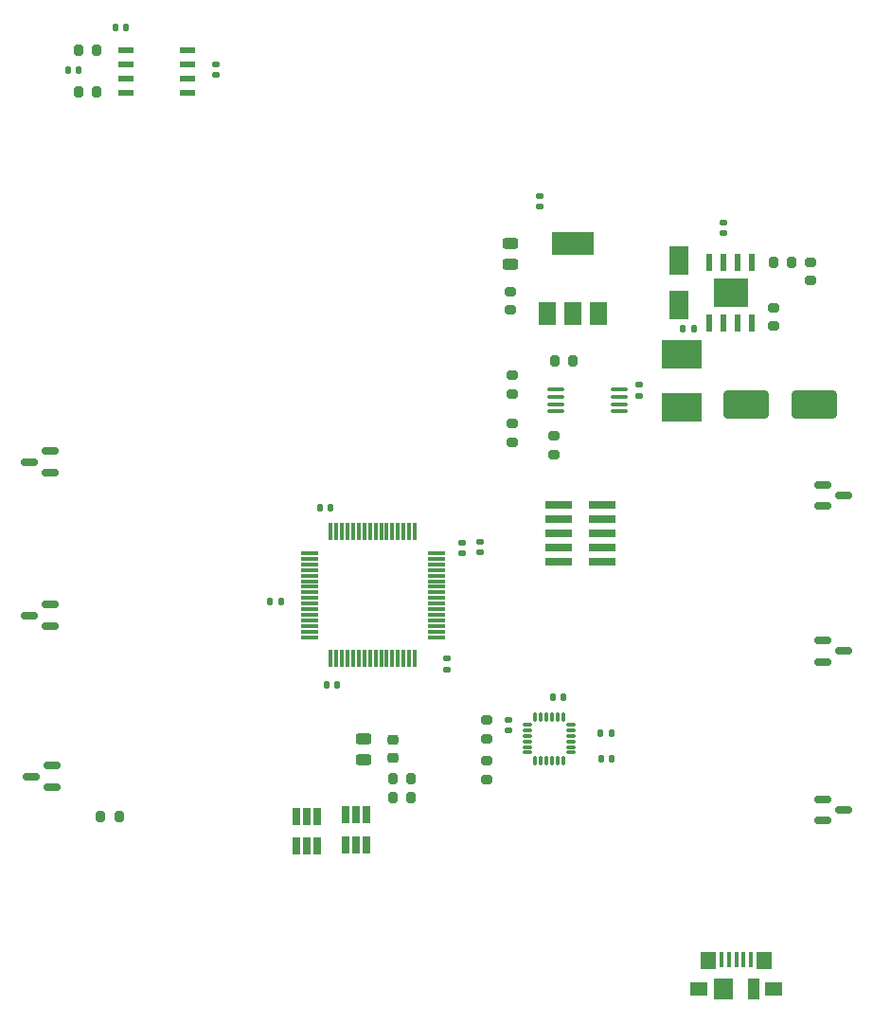
<source format=gbr>
%TF.GenerationSoftware,KiCad,Pcbnew,(6.0.1)*%
%TF.CreationDate,2022-01-27T12:00:25-05:00*%
%TF.ProjectId,Lights_Board,4c696768-7473-45f4-926f-6172642e6b69,rev?*%
%TF.SameCoordinates,Original*%
%TF.FileFunction,Paste,Top*%
%TF.FilePolarity,Positive*%
%FSLAX46Y46*%
G04 Gerber Fmt 4.6, Leading zero omitted, Abs format (unit mm)*
G04 Created by KiCad (PCBNEW (6.0.1)) date 2022-01-27 12:00:25*
%MOMM*%
%LPD*%
G01*
G04 APERTURE LIST*
G04 Aperture macros list*
%AMRoundRect*
0 Rectangle with rounded corners*
0 $1 Rounding radius*
0 $2 $3 $4 $5 $6 $7 $8 $9 X,Y pos of 4 corners*
0 Add a 4 corners polygon primitive as box body*
4,1,4,$2,$3,$4,$5,$6,$7,$8,$9,$2,$3,0*
0 Add four circle primitives for the rounded corners*
1,1,$1+$1,$2,$3*
1,1,$1+$1,$4,$5*
1,1,$1+$1,$6,$7*
1,1,$1+$1,$8,$9*
0 Add four rect primitives between the rounded corners*
20,1,$1+$1,$2,$3,$4,$5,0*
20,1,$1+$1,$4,$5,$6,$7,0*
20,1,$1+$1,$6,$7,$8,$9,0*
20,1,$1+$1,$8,$9,$2,$3,0*%
G04 Aperture macros list end*
%ADD10RoundRect,0.243750X0.456250X-0.243750X0.456250X0.243750X-0.456250X0.243750X-0.456250X-0.243750X0*%
%ADD11RoundRect,0.218750X0.256250X-0.218750X0.256250X0.218750X-0.256250X0.218750X-0.256250X-0.218750X0*%
%ADD12R,1.800000X2.500000*%
%ADD13RoundRect,0.140000X0.140000X0.170000X-0.140000X0.170000X-0.140000X-0.170000X0.140000X-0.170000X0*%
%ADD14RoundRect,0.140000X-0.140000X-0.170000X0.140000X-0.170000X0.140000X0.170000X-0.140000X0.170000X0*%
%ADD15RoundRect,0.140000X0.170000X-0.140000X0.170000X0.140000X-0.170000X0.140000X-0.170000X-0.140000X0*%
%ADD16RoundRect,0.250000X-1.750000X-1.000000X1.750000X-1.000000X1.750000X1.000000X-1.750000X1.000000X0*%
%ADD17R,2.400000X0.740000*%
%ADD18R,0.450000X1.380000*%
%ADD19R,1.800000X1.900000*%
%ADD20R,1.650000X1.300000*%
%ADD21R,1.425000X1.550000*%
%ADD22R,1.000000X1.900000*%
%ADD23R,3.600000X2.500000*%
%ADD24RoundRect,0.200000X0.200000X0.275000X-0.200000X0.275000X-0.200000X-0.275000X0.200000X-0.275000X0*%
%ADD25RoundRect,0.200000X-0.200000X-0.275000X0.200000X-0.275000X0.200000X0.275000X-0.200000X0.275000X0*%
%ADD26RoundRect,0.200000X-0.275000X0.200000X-0.275000X-0.200000X0.275000X-0.200000X0.275000X0.200000X0*%
%ADD27R,0.600000X1.550000*%
%ADD28R,3.100000X2.600000*%
%ADD29RoundRect,0.075000X-0.700000X-0.075000X0.700000X-0.075000X0.700000X0.075000X-0.700000X0.075000X0*%
%ADD30RoundRect,0.075000X-0.075000X-0.700000X0.075000X-0.700000X0.075000X0.700000X-0.075000X0.700000X0*%
%ADD31R,1.500000X2.000000*%
%ADD32R,3.800000X2.000000*%
%ADD33RoundRect,0.100000X-0.637500X-0.100000X0.637500X-0.100000X0.637500X0.100000X-0.637500X0.100000X0*%
%ADD34R,1.400000X0.600000*%
%ADD35RoundRect,0.140000X-0.170000X0.140000X-0.170000X-0.140000X0.170000X-0.140000X0.170000X0.140000X0*%
%ADD36RoundRect,0.200000X0.275000X-0.200000X0.275000X0.200000X-0.275000X0.200000X-0.275000X-0.200000X0*%
%ADD37RoundRect,0.075000X0.075000X-0.350000X0.075000X0.350000X-0.075000X0.350000X-0.075000X-0.350000X0*%
%ADD38RoundRect,0.075000X0.350000X0.075000X-0.350000X0.075000X-0.350000X-0.075000X0.350000X-0.075000X0*%
%ADD39RoundRect,0.150000X0.587500X0.150000X-0.587500X0.150000X-0.587500X-0.150000X0.587500X-0.150000X0*%
%ADD40RoundRect,0.150000X-0.587500X-0.150000X0.587500X-0.150000X0.587500X0.150000X-0.587500X0.150000X0*%
%ADD41R,0.650000X1.560000*%
G04 APERTURE END LIST*
D10*
%TO.C,D3*%
X156600000Y-83837500D03*
X156600000Y-81962500D03*
%TD*%
D11*
%TO.C,D2*%
X146100000Y-127900000D03*
X146100000Y-126325000D03*
%TD*%
D10*
%TO.C,D1*%
X143500000Y-128100000D03*
X143500000Y-126225000D03*
%TD*%
D12*
%TO.C,D4*%
X171700000Y-83500000D03*
X171700000Y-87500000D03*
%TD*%
D13*
%TO.C,C2*%
X117980000Y-66500000D03*
X117020000Y-66500000D03*
%TD*%
D14*
%TO.C,C3*%
X172035000Y-89600000D03*
X172995000Y-89600000D03*
%TD*%
D15*
%TO.C,C4*%
X175660000Y-81075000D03*
X175660000Y-80115000D03*
%TD*%
D16*
%TO.C,C5*%
X177650000Y-96400000D03*
X183750000Y-96400000D03*
%TD*%
D15*
%TO.C,C6*%
X168100000Y-95580000D03*
X168100000Y-94620000D03*
%TD*%
%TO.C,C7*%
X159250000Y-78680000D03*
X159250000Y-77720000D03*
%TD*%
D17*
%TO.C,J1*%
X164850000Y-110440000D03*
X160950000Y-110440000D03*
X164850000Y-109170000D03*
X160950000Y-109170000D03*
X164850000Y-107900000D03*
X160950000Y-107900000D03*
X164850000Y-106630000D03*
X160950000Y-106630000D03*
X164850000Y-105360000D03*
X160950000Y-105360000D03*
%TD*%
D18*
%TO.C,J2*%
X175500000Y-145940000D03*
X176150000Y-145940000D03*
X176800000Y-145940000D03*
X177450000Y-145940000D03*
X178100000Y-145940000D03*
D19*
X175650000Y-148600000D03*
D20*
X180175000Y-148600000D03*
X173425000Y-148600000D03*
D21*
X174312500Y-146025000D03*
D22*
X178350000Y-148600000D03*
D21*
X179287500Y-146025000D03*
%TD*%
D23*
%TO.C,L1*%
X171900000Y-96600000D03*
X171900000Y-91900000D03*
%TD*%
D24*
%TO.C,R2*%
X147725000Y-129800000D03*
X146075000Y-129800000D03*
%TD*%
D25*
%TO.C,R9*%
X160575000Y-92500000D03*
X162225000Y-92500000D03*
%TD*%
D26*
%TO.C,R10*%
X156800000Y-93775000D03*
X156800000Y-95425000D03*
%TD*%
D24*
%TO.C,R11*%
X119637500Y-64700000D03*
X117987500Y-64700000D03*
%TD*%
%TO.C,R12*%
X119625000Y-68400000D03*
X117975000Y-68400000D03*
%TD*%
D26*
%TO.C,R13*%
X156800000Y-98075000D03*
X156800000Y-99725000D03*
%TD*%
%TO.C,R14*%
X160500000Y-99175000D03*
X160500000Y-100825000D03*
%TD*%
%TO.C,R16*%
X156600000Y-86275000D03*
X156600000Y-87925000D03*
%TD*%
D25*
%TO.C,R17*%
X180115000Y-83680000D03*
X181765000Y-83680000D03*
%TD*%
D27*
%TO.C,U5*%
X174395000Y-89100000D03*
X175665000Y-89100000D03*
X176935000Y-89100000D03*
X178205000Y-89100000D03*
X178205000Y-83700000D03*
X176935000Y-83700000D03*
X175665000Y-83700000D03*
X174395000Y-83700000D03*
D28*
X176300000Y-86400000D03*
%TD*%
D29*
%TO.C,U1*%
X138625000Y-109650000D03*
X138625000Y-110150000D03*
X138625000Y-110650000D03*
X138625000Y-111150000D03*
X138625000Y-111650000D03*
X138625000Y-112150000D03*
X138625000Y-112650000D03*
X138625000Y-113150000D03*
X138625000Y-113650000D03*
X138625000Y-114150000D03*
X138625000Y-114650000D03*
X138625000Y-115150000D03*
X138625000Y-115650000D03*
X138625000Y-116150000D03*
X138625000Y-116650000D03*
X138625000Y-117150000D03*
D30*
X140550000Y-119075000D03*
X141050000Y-119075000D03*
X141550000Y-119075000D03*
X142050000Y-119075000D03*
X142550000Y-119075000D03*
X143050000Y-119075000D03*
X143550000Y-119075000D03*
X144050000Y-119075000D03*
X144550000Y-119075000D03*
X145050000Y-119075000D03*
X145550000Y-119075000D03*
X146050000Y-119075000D03*
X146550000Y-119075000D03*
X147050000Y-119075000D03*
X147550000Y-119075000D03*
X148050000Y-119075000D03*
D29*
X149975000Y-117150000D03*
X149975000Y-116650000D03*
X149975000Y-116150000D03*
X149975000Y-115650000D03*
X149975000Y-115150000D03*
X149975000Y-114650000D03*
X149975000Y-114150000D03*
X149975000Y-113650000D03*
X149975000Y-113150000D03*
X149975000Y-112650000D03*
X149975000Y-112150000D03*
X149975000Y-111650000D03*
X149975000Y-111150000D03*
X149975000Y-110650000D03*
X149975000Y-110150000D03*
X149975000Y-109650000D03*
D30*
X148050000Y-107725000D03*
X147550000Y-107725000D03*
X147050000Y-107725000D03*
X146550000Y-107725000D03*
X146050000Y-107725000D03*
X145550000Y-107725000D03*
X145050000Y-107725000D03*
X144550000Y-107725000D03*
X144050000Y-107725000D03*
X143550000Y-107725000D03*
X143050000Y-107725000D03*
X142550000Y-107725000D03*
X142050000Y-107725000D03*
X141550000Y-107725000D03*
X141050000Y-107725000D03*
X140550000Y-107725000D03*
%TD*%
D31*
%TO.C,U4*%
X159900000Y-88250000D03*
D32*
X162200000Y-81950000D03*
D31*
X162200000Y-88250000D03*
X164500000Y-88250000D03*
%TD*%
D33*
%TO.C,U2*%
X160637500Y-95025000D03*
X160637500Y-95675000D03*
X160637500Y-96325000D03*
X160637500Y-96975000D03*
X166362500Y-96975000D03*
X166362500Y-96325000D03*
X166362500Y-95675000D03*
X166362500Y-95025000D03*
%TD*%
D34*
%TO.C,U3*%
X122250000Y-68505000D03*
X127750000Y-68505000D03*
X122250000Y-67235000D03*
X127750000Y-67235000D03*
X122250000Y-65965000D03*
X127750000Y-65965000D03*
X122250000Y-64695000D03*
X127750000Y-64695000D03*
%TD*%
D24*
%TO.C,R1*%
X147725000Y-131500000D03*
X146075000Y-131500000D03*
%TD*%
%TO.C,R21*%
X121625000Y-133200000D03*
X119975000Y-133200000D03*
%TD*%
D13*
%TO.C,C1*%
X122215000Y-62640000D03*
X121255000Y-62640000D03*
%TD*%
D15*
%TO.C,C8*%
X152260000Y-109640000D03*
X152260000Y-108680000D03*
%TD*%
%TO.C,C9*%
X153850000Y-109565000D03*
X153850000Y-108605000D03*
%TD*%
D35*
%TO.C,C10*%
X150920000Y-119085000D03*
X150920000Y-120045000D03*
%TD*%
D13*
%TO.C,C12*%
X140545000Y-105560000D03*
X139585000Y-105560000D03*
%TD*%
%TO.C,C13*%
X136085000Y-114010000D03*
X135125000Y-114010000D03*
%TD*%
%TO.C,C11*%
X141095000Y-121400000D03*
X140135000Y-121400000D03*
%TD*%
D14*
%TO.C,C14*%
X160375000Y-122500000D03*
X161335000Y-122500000D03*
%TD*%
%TO.C,C15*%
X164735000Y-128010000D03*
X165695000Y-128010000D03*
%TD*%
%TO.C,C16*%
X164680000Y-125770000D03*
X165640000Y-125770000D03*
%TD*%
D15*
%TO.C,C17*%
X156460000Y-125475000D03*
X156460000Y-124515000D03*
%TD*%
D26*
%TO.C,R18*%
X183410000Y-83657500D03*
X183410000Y-85307500D03*
%TD*%
D36*
%TO.C,R19*%
X154520000Y-129872500D03*
X154520000Y-128222500D03*
%TD*%
D26*
%TO.C,R20*%
X154510000Y-124587500D03*
X154510000Y-126237500D03*
%TD*%
D37*
%TO.C,U6*%
X158830000Y-128170000D03*
X159330000Y-128170000D03*
X159830000Y-128170000D03*
X160330000Y-128170000D03*
X160830000Y-128170000D03*
X161330000Y-128170000D03*
D38*
X162030000Y-127470000D03*
X162030000Y-126970000D03*
X162030000Y-126470000D03*
X162030000Y-125970000D03*
X162030000Y-125470000D03*
X162030000Y-124970000D03*
D37*
X161330000Y-124270000D03*
X160830000Y-124270000D03*
X160330000Y-124270000D03*
X159830000Y-124270000D03*
X159330000Y-124270000D03*
X158830000Y-124270000D03*
D38*
X158130000Y-124970000D03*
X158130000Y-125470000D03*
X158130000Y-125970000D03*
X158130000Y-126470000D03*
X158130000Y-126970000D03*
X158130000Y-127470000D03*
%TD*%
D39*
%TO.C,Q1*%
X115437500Y-102450000D03*
X115437500Y-100550000D03*
X113562500Y-101500000D03*
%TD*%
%TO.C,Q2*%
X115487500Y-116150000D03*
X115487500Y-114250000D03*
X113612500Y-115200000D03*
%TD*%
%TO.C,Q3*%
X115637500Y-130550000D03*
X115637500Y-128650000D03*
X113762500Y-129600000D03*
%TD*%
D40*
%TO.C,Q4*%
X184562500Y-103550000D03*
X184562500Y-105450000D03*
X186437500Y-104500000D03*
%TD*%
%TO.C,Q5*%
X184562500Y-117450000D03*
X184562500Y-119350000D03*
X186437500Y-118400000D03*
%TD*%
%TO.C,Q6*%
X184562500Y-131650000D03*
X184562500Y-133550000D03*
X186437500Y-132600000D03*
%TD*%
D35*
%TO.C,C18*%
X130270000Y-65965000D03*
X130270000Y-66925000D03*
%TD*%
D36*
%TO.C,R15*%
X180100000Y-89337500D03*
X180100000Y-87687500D03*
%TD*%
D41*
%TO.C,U7*%
X141850000Y-135750000D03*
X142800000Y-135750000D03*
X143750000Y-135750000D03*
X143750000Y-133050000D03*
X142800000Y-133050000D03*
X141850000Y-133050000D03*
%TD*%
%TO.C,U8*%
X137450000Y-135850000D03*
X138400000Y-135850000D03*
X139350000Y-135850000D03*
X139350000Y-133150000D03*
X138400000Y-133150000D03*
X137450000Y-133150000D03*
%TD*%
M02*

</source>
